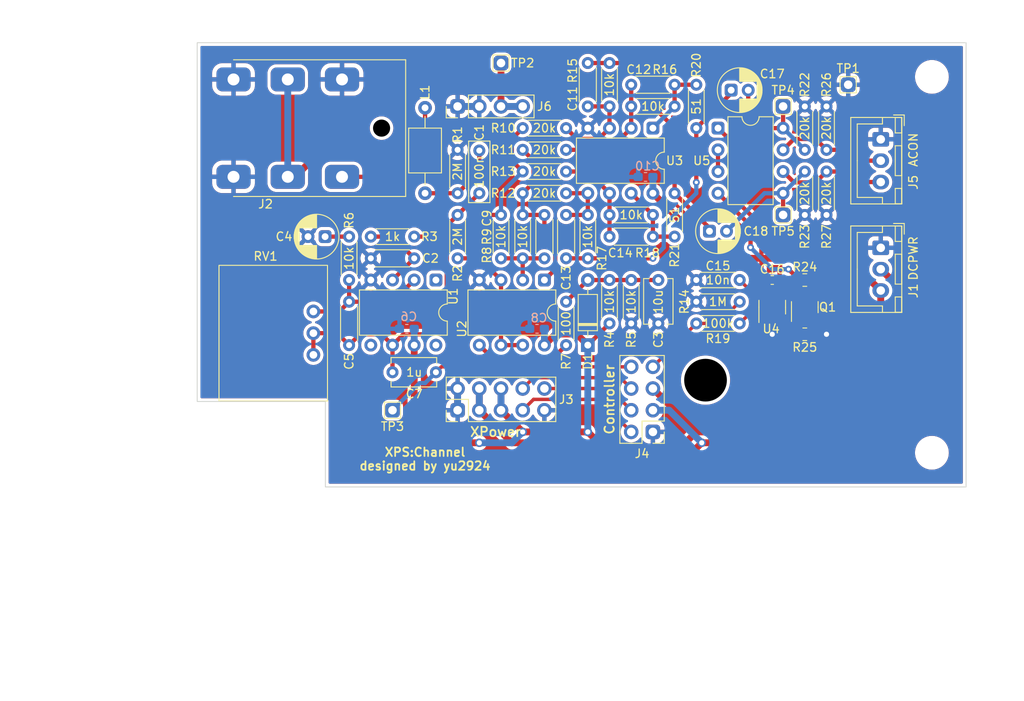
<source format=kicad_pcb>
(kicad_pcb (version 20211014) (generator pcbnew)
  (title_block (title "XPS:Channel") (company "yu2924"))
  (layers (0 "F.Cu" signal) (31 "B.Cu" signal) (34 "B.Paste" user) (35 "F.Paste" user) (36 "B.SilkS" user "B.Silkscreen") (37 "F.SilkS" user "F.Silkscreen") (38 "B.Mask" user) (39 "F.Mask" user) (44 "Edge.Cuts" user))
  (net 0 "")
  (net 1 "Net-(C1-Pad1)")
  (net 2 "Net-(C1-Pad2)")
  (net 3 "Net-(C2-Pad1)")
  (net 4 "GND")
  (net 5 "Net-(C3-Pad1)")
  (net 6 "Net-(C4-Pad1)")
  (net 7 "Net-(C5-Pad1)")
  (net 8 "Net-(C5-Pad2)")
  (net 9 "V22")
  (net 10 "ALM")
  (net 11 "Net-(C9-Pad1)")
  (net 12 "Net-(C9-Pad2)")
  (net 13 "Net-(C11-Pad1)")
  (net 14 "Net-(C11-Pad2)")
  (net 15 "Net-(C12-Pad1)")
  (net 16 "Net-(C12-Pad2)")
  (net 17 "Net-(C13-Pad1)")
  (net 18 "Net-(C13-Pad2)")
  (net 19 "Net-(C14-Pad1)")
  (net 20 "Net-(C14-Pad2)")
  (net 21 "Net-(C15-Pad1)")
  (net 22 "Net-(C17-Pad2)")
  (net 23 "Net-(C18-Pad2)")
  (net 24 "V11")
  (net 25 "XPO")
  (net 26 "Net-(J2-Pad6)")
  (net 27 "XPC")
  (net 28 "HVC")
  (net 29 "~{XPM}")
  (net 30 "TGC")
  (net 31 "Net-(J5-Pad2)")
  (net 32 "Net-(Q1-Pad1)")
  (net 33 "Net-(Q1-Pad2)")
  (net 34 "Net-(Q1-Pad3)")
  (net 35 "Vb")
  (net 36 "Net-(R24-Pad1)")
  (net 37 "Net-(U5-Pad2)")
  (net 38 "Net-(R7-Pad2)")
  (net 42 "Net-(J5-Pad3)")
  (footprint "Local:C-THT-Disk-P5.08mm-Small" (layer "F.Cu") (at 52.78 62.86 -90)
    (fp_text reference "C5")
    (fp_text value "10p")
  )
  (footprint "Local:R-THT-Axial-Horz-P5.08mm" (layer "F.Cu") (at 106.12 47.62 90)
    (fp_text reference "R23")
    (fp_text value "20k")
  )
  (footprint "MountingHole:MountingHole_3.2mm_M3" (layer "F.Cu") (at 121 34)
    (fp_text reference "REF**" hide)
    (fp_text value "MountingHole_3.2mm_M3" hide)
  )
  (footprint "Local:R-THT-Axial-Horz-P5.08mm" (layer "F.Cu") (at 88.34 37.46)
    (fp_text reference "R16")
    (fp_text value "10k")
  )
  (footprint "Local:R-THT-Axial-Horz-P5.08mm" (layer "F.Cu") (at 75.64 40)
    (fp_text reference "R10")
    (fp_text value "20k")
  )
  (footprint "Local:R-THT-Axial-Horz-P5.08mm" (layer "F.Cu") (at 83.26 34.92 90)
    (fp_text reference "R15")
    (fp_text value "10k")
  )
  (footprint "Local:TestPoint-THT-2x2" (layer "F.Cu") (at 70.56 32.38)
    (fp_text reference "TP2")
    (fp_text value "TestPoint")
  )
  (footprint "Local:R-THT-Axial-Horz-P5.08mm" (layer "F.Cu") (at 85.8 50.16)
    (fp_text reference "R18")
    (fp_text value "10k")
  )
  (footprint "Local:PinHeader-2x04-P2.54mm-Vertical" (layer "F.Cu") (at 88.34 75.56 180)
    (fp_text reference "J4")
    (fp_text value "CH-CTRL")
  )
  (footprint "Local:DIP-8-W7.62mm" (layer "F.Cu") (at 71.83 61.59 -90)
    (fp_text reference "U2")
    (fp_text value "OPA1602")
  )
  (footprint "Local:PinHeader-1x04-P2.54mm-Vertical" (layer "F.Cu") (at 65.48 37.46 90)
    (fp_text reference "J6")
    (fp_text value "CH-XP-XPO")
  )
  (footprint "Local:R-THT-Axial-Horz-P5.08mm" (layer "F.Cu") (at 80.72 52.7 -90)
    (fp_text reference "R17")
    (fp_text value "10k")
  )
  (footprint "Local:FB_L5.0xD3.6xP10.00mm_Murata_BL01RN1A2A2_BL01RN1A1D2" (layer "F.Cu") (at 61.67 42.62 -90)
    (fp_text reference "L1")
    (fp_text value "FB")
  )
  (footprint "Local:C-THT-Disk-P5.08mm-Small" (layer "F.Cu") (at 88.34 34.92)
    (fp_text reference "C12")
    (fp_text value "10p")
  )
  (footprint "Local:R-THT-Axial-Horz-P5.08mm" (layer "F.Cu") (at 65.48 52.7 -90)
    (fp_text reference "R2")
    (fp_text value "2M")
  )
  (footprint "Local:DIP-8-W7.62mm" (layer "F.Cu") (at 84.53 43.81 -90)
    (fp_text reference "U3")
    (fp_text value "OPA1602")
  )
  (footprint "Local:SOT-23-5" (layer "F.Cu") (at 102.31 60.955 90)
    (fp_text reference "U4")
    (fp_text value "LM321")
  )
  (footprint "Local:R-THT-Axial-Horz-P5.08mm" (layer "F.Cu") (at 70.56 52.7 -90)
    (fp_text reference "R8")
    (fp_text value "10k")
  )
  (footprint "Local:DIP-8-W7.62mm" (layer "F.Cu") (at 59.13 61.59 -90)
    (fp_text reference "U1")
    (fp_text value "OPA1641")
  )
  (footprint "Local:R-THT-Axial-Horz-P5.08mm" (layer "F.Cu") (at 52.78 55.24 90)
    (fp_text reference "R6")
    (fp_text value "10k")
  )
  (footprint "Local:R-THT-Axial-Horz-P5.08mm" (layer "F.Cu") (at 75.64 47.62)
    (fp_text reference "R12")
    (fp_text value "20k")
  )
  (footprint "Local:R-THT-Axial-Horz-P5.08mm" (layer "F.Cu") (at 93.42 37.46 -90)
    (fp_text reference "R20")
    (fp_text value "51")
  )
  (footprint "Local:R-THT-Axial-Horz-P5.08mm" (layer "F.Cu") (at 108.66 47.62 90)
    (fp_text reference "R27")
    (fp_text value "20k")
  )
  (footprint "Local:R-THT-Axial-Horz-P5.08mm" (layer "F.Cu") (at 83.26 60.32 90)
    (fp_text reference "R4")
    (fp_text value "10k")
  )
  (footprint "Resistor_SMD:R_0805_2012Metric_Pad1.20x1.40mm_HandSolder" (layer "F.Cu") (at 106.12 64.13)
    (fp_text reference "R25")
    (fp_text value "470")
  )
  (footprint "Local:CP-THT-Radial-D5.0mm-P2.00mm" (layer "F.Cu") (at 98.5 35.555)
    (fp_text reference "C17")
    (fp_text value "22u")
  )
  (footprint "Local:C-THT-Disk-P5.08mm-Small" (layer "F.Cu") (at 75.64 52.7 90)
    (fp_text reference "C9")
    (fp_text value "10p")
  )
  (footprint "Local:TestPoint-THT-2x2" (layer "F.Cu") (at 103.58 37.46)
    (fp_text reference "TP4")
    (fp_text value "TestPoint")
  )
  (footprint "Diode_THT:D_DO-35_SOD27_P7.62mm_Horizontal" (layer "F.Cu") (at 80.72 65.4 90)
    (fp_text reference "D1")
    (fp_text value "1N4148")
  )
  (footprint "Local:R-THT-Axial-Horz-P5.08mm" (layer "F.Cu") (at 106.12 40 90)
    (fp_text reference "R22")
    (fp_text value "20k")
  )
  (footprint "Local:C-THT-Disk-P5.08mm-Small" (layer "F.Cu") (at 78.18 52.7 -90)
    (fp_text reference "C13")
    (fp_text value "10p")
  )
  (footprint "Local:R-THT-Axial-Horz-P5.08mm" (layer "F.Cu") (at 95.96 60.32 180)
    (fp_text reference "R14")
    (fp_text value "1M")
  )
  (footprint "Local:TestPoint-THT-2x2" (layer "F.Cu") (at 111.2 34.92)
    (fp_text reference "TP1")
    (fp_text value "TestPoint")
  )
  (footprint "Local:PinHeader-2x05-P2.54mm-Vertical" (layer "F.Cu") (at 65.48 73.02 90)
    (fp_text reference "J3")
    (fp_text value "CH-XP")
  )
  (footprint "Local:TestPoint-THT-2x2" (layer "F.Cu") (at 57.86 73.02)
    (fp_text reference "TP3")
    (fp_text value "TestPoint")
  )
  (footprint "Resistor_SMD:R_0805_2012Metric_Pad1.20x1.40mm_HandSolder" (layer "F.Cu") (at 106.12 57.78)
    (fp_text reference "R24")
    (fp_text value "1.2k")
  )
  (footprint "Local:CP-THT-Radial-D5.0mm-P2.00mm" (layer "F.Cu") (at 95.96 52.065)
    (fp_text reference "C18")
    (fp_text value "22u")
  )
  (footprint "Local:R-THT-Axial-Horz-P5.08mm" (layer "F.Cu") (at 90.88 50.16 90)
    (fp_text reference "R21")
    (fp_text value "51")
  )
  (footprint "Local:Bourns-91A1A-B24" (layer "F.Cu") (at 48.6 64 180)
    (fp_text reference "RV1")
    (fp_text value "100kA")
  )
  (footprint "Local:SOT-23" (layer "F.Cu") (at 106.12 60.955 90)
    (fp_text reference "Q1")
    (fp_text value "MMBT3904")
  )
  (footprint "Local:NPTH-5.0mm" (layer "F.Cu") (at 94.5 69.5)
    (fp_text reference "REF**" hide)
    (fp_text value "NPTH-5.0mm" hide)
  )
  (footprint "Capacitor_SMD:C_0603_1608Metric_Pad1.08x0.95mm_HandSolder" (layer "F.Cu") (at 102.31 57.78)
    (fp_text reference "C16")
    (fp_text value "100n")
  )
  (footprint "Local:R-THT-Axial-Horz-P5.08mm" (layer "F.Cu") (at 75.64 42.54)
    (fp_text reference "R11")
    (fp_text value "20k")
  )
  (footprint "Local:C-THT-Rect-L7.2mm-W2.5mm-P5.00mm-FKS2-FKP2-MKS2-MKP2" (layer "F.Cu") (at 68.02 45.12 -90)
    (fp_text reference "C1")
    (fp_text value "100n")
  )
  (footprint "Local:JST-XH-B3B-XH-A-1x03-P2.50mm-Vertical" (layer "F.Cu") (at 115.01 54.01 -90)
    (fp_text reference "J1")
    (fp_text value "DCPWR")
  )
  (footprint "Local:Amphenol-ACJS-MHDR" (layer "F.Cu") (at 39.25 40 180)
    (fp_text reference "J2")
    (fp_text value "AIN")
  )
  (footprint "Local:TestPoint-THT-2x2" (layer "F.Cu") (at 103.58 50.16)
    (fp_text reference "TP5")
    (fp_text value "TestPoint")
  )
  (footprint "Local:R-THT-Axial-Horz-P5.08mm" (layer "F.Cu") (at 75.64 45.08)
    (fp_text reference "R13")
    (fp_text value "20k")
  )
  (footprint "Local:C-THT-Disk-P5.08mm-Large" (layer "F.Cu") (at 88.975 60.32 -90)
    (fp_text reference "C3")
    (fp_text value "10u")
  )
  (footprint "Local:C-THT-Disk-P5.08mm-Large" (layer "F.Cu") (at 60.4 68.575)
    (fp_text reference "C7")
    (fp_text value "1u")
  )
  (footprint "Local:R-THT-Axial-Horz-P5.08mm" (layer "F.Cu") (at 73.1 52.7 90)
    (fp_text reference "R9")
    (fp_text value "10k")
  )
  (footprint "Local:C-THT-Disk-P5.08mm-Little" (layer "F.Cu") (at 95.96 57.78 180)
    (fp_text reference "C15")
    (fp_text value "10n")
  )
  (footprint "Local:R-THT-Axial-Horz-P5.08mm" (layer "F.Cu") (at 57.86 52.7 180)
    (fp_text reference "R3")
    (fp_text value "1k")
  )
  (footprint "Local:CP-THT-Radial-D5.0mm-P2.00mm" (layer "F.Cu") (at 48.97 52.7 180)
    (fp_text reference "C4")
    (fp_text value "22u")
  )
  (footprint "Local:R-THT-Axial-Horz-P5.08mm" (layer "F.Cu") (at 65.48 45.08 90)
    (fp_text reference "R1")
    (fp_text value "2M")
  )
  (footprint "Local:R-THT-Axial-Horz-P5.08mm" (layer "F.Cu") (at 95.96 62.86)
    (fp_text reference "R19")
    (fp_text value "100k")
  )
  (footprint "Local:R-THT-Axial-Horz-P5.08mm" (layer "F.Cu") (at 108.66 40 90)
    (fp_text reference "R26")
    (fp_text value "20k")
  )
  (footprint "Local:JST-XH-B3B-XH-A-1x03-P2.50mm-Vertical" (layer "F.Cu") (at 115.01 41.31 -90)
    (fp_text reference "J5")
    (fp_text value "ACON")
  )
  (footprint "Local:C-THT-Disk-P5.08mm-Small" (layer "F.Cu") (at 80.72 34.92 90)
    (fp_text reference "C11")
    (fp_text value "10p")
  )
  (footprint "Local:C-THT-Disk-P5.08mm-Small" (layer "F.Cu") (at 57.86 55.24 180)
    (fp_text reference "C2")
    (fp_text value "100p")
  )
  (footprint "MountingHole:MountingHole_3.2mm_M3" (layer "F.Cu") (at 121 78)
    (fp_text reference "REF**" hide)
    (fp_text value "MountingHole_3.2mm_M3" hide)
  )
  (footprint "Local:R-THT-Axial-Horz-P5.08mm" (layer "F.Cu") (at 78.18 62.86 -90)
    (fp_text reference "R7")
    (fp_text value "100")
  )
  (footprint "Local:C-THT-Disk-P5.08mm-Small" (layer "F.Cu") (at 85.8 52.7)
    (fp_text reference "C14")
    (fp_text value "10p")
  )
  (footprint "Local:DIP-8-W7.62mm" (layer "F.Cu") (at 99.77 43.81)
    (fp_text reference "U5")
    (fp_text value "TLP222A-2")
  )
  (footprint "Local:R-THT-Axial-Horz-P5.08mm" (layer "F.Cu") (at 85.8 60.32 -90)
    (fp_text reference "R5")
    (fp_text value "10k")
  )
  (footprint "Capacitor_SMD:C_0603_1608Metric_Pad1.08x0.95mm_HandSolder" (layer "B.Cu") (at 87.4775 45.715 180)
    (fp_text reference "C10")
    (fp_text value "100n")
  )
  (footprint "Capacitor_SMD:C_0603_1608Metric_Pad1.08x0.95mm_HandSolder" (layer "B.Cu") (at 59.5375 63.495 180)
    (fp_text reference "C6")
    (fp_text value "100n")
  )
  (footprint "Capacitor_SMD:C_0603_1608Metric_Pad1.08x0.95mm_HandSolder" (layer "B.Cu") (at 74.7775 63.495 180)
    (fp_text reference "C8")
    (fp_text value "100n")
  )
  (gr_poly (pts (xy 125 82) (xy 50 82) (xy 50 72) (xy 35 72) (xy 35 30) (xy 125 30)) (layer "Edge.Cuts") (width 0.1) (fill none))
  (gr_text "XPS:Channel\ndesigned by yu2924" (at 61.67 78.735) (layer "F.SilkS") (effects (font (size 1 1) (thickness 0.2))))
  (gr_text "Controller" (at 83.26 71.75 90) (layer "F.SilkS") (effects (font (size 1.1 1.1) (thickness 0.2))))
  (gr_text "XPower" (at 69.925 75.56) (layer "F.SilkS") (effects (font (size 1.1 1.1) (thickness 0.2))))
  (segment (start 68.02 45.08) (end 65.48 47.62) (width 0.5) (layer "F.Cu") (net 1))
  (segment (start 61.67 47.62) (end 65.48 47.62) (width 0.5) (layer "F.Cu") (net 1))
  (segment (start 68.02 42.62) (end 68.02 45.08) (width 0.5) (layer "F.Cu") (net 1))
  (segment (start 62.94 52.7) (end 65.48 50.16) (width 0.5) (layer "F.Cu") (net 2))
  (segment (start 60.4 52.7) (end 62.94 52.7) (width 0.5) (layer "F.Cu") (net 2))
  (segment (start 65.48 50.16) (end 68.02 47.62) (width 0.5) (layer "F.Cu") (net 2))
  (segment (start 57.86 52.7) (end 60.4 55.24) (width 0.5) (layer "F.Cu") (net 3))
  (segment (start 57.86 57.78) (end 60.4 55.24) (width 0.5) (layer "F.Cu") (net 3))
  (segment (start 55.32 52.7) (end 57.86 52.7) (width 0.5) (layer "F.Cu") (net 3))
  (segment (start 102.31 62.105) (end 102.31 58.6425) (width 0.5) (layer "F.Cu") (net 4))
  (segment (start 65.48 70.48) (end 65.48 73.02) (width 0.8) (layer "F.Cu") (net 4))
  (segment (start 65.48 37.46) (end 68.02 37.46) (width 0.8) (layer "F.Cu") (net 4))
  (segment (start 102.31 58.6425) (end 103.1725 57.78) (width 0.5) (layer "F.Cu") (net 4))
  (via (at 108.66 64.13) (size 1) (drill 0.6) (layers "F.Cu" "B.Cu") (net 4))
  (via (at 102.31 64.13) (size 1) (drill 0.6) (layers "F.Cu" "B.Cu") (net 4))
  (segment (start 65.48 70.48) (end 65.48 73.02) (width 0.8) (layer "B.Cu") (net 4))
  (segment (start 68.02 37.46) (end 65.48 37.46) (width 0.8) (layer "B.Cu") (net 4))
  (segment (start 80.72 57.78) (end 83.26 57.78) (width 0.5) (layer "F.Cu") (net 5))
  (segment (start 85.8 57.78) (end 88.975 57.78) (width 0.5) (layer "F.Cu") (net 5))
  (segment (start 83.26 57.78) (end 85.8 57.78) (width 0.5) (layer "F.Cu") (net 5))
  (segment (start 78.18 60.32) (end 80.72 57.78) (width 0.5) (layer "F.Cu") (net 5))
  (segment (start 49.97 52.7) (end 52.78 52.7) (width 0.5) (layer "F.Cu") (net 6))
  (segment (start 51.64 61.46) (end 52.78 60.32) (width 0.5) (layer "F.Cu") (net 7))
  (segment (start 52.78 60.32) (end 57.86 60.32) (width 0.5) (layer "F.Cu") (net 7))
  (segment (start 57.86 60.32) (end 60.4 57.78) (width 0.5) (layer "F.Cu") (net 7))
  (segment (start 48.6 61.46) (end 51.64 61.46) (width 0.5) (layer "F.Cu") (net 7))
  (segment (start 52.78 57.78) (end 52.78 60.32) (width 0.5) (layer "F.Cu") (net 7))
  (segment (start 68.655 50.16) (end 70.56 50.16) (width 0.5) (layer "F.Cu") (net 8))
  (segment (start 61.67 64.13) (end 64.21 61.59) (width 0.5) (layer "F.Cu") (net 8))
  (segment (start 51.38 64) (end 52.78 65.4) (width 0.5) (layer "F.Cu") (net 8))
  (segment (start 71.83 41.27) (end 73.1 40) (width 0.5) (layer "F.Cu") (net 8))
  (segment (start 54.05 64.13) (end 56.59 64.13) (width 0.5) (layer "F.Cu") (net 8))
  (segment (start 71.83 43.81) (end 71.83 41.27) (width 0.5) (layer "F.Cu") (net 8))
  (segment (start 57.86 65.4) (end 57.86 68.575) (width 0.5) (layer "F.Cu") (net 8))
  (segment (start 64.21 54.605) (end 68.655 50.16) (width 0.5) (layer "F.Cu") (net 8))
  (segment (start 48.6 64) (end 51.38 64) (width 0.5) (layer "F.Cu") (net 8))
  (segment (start 73.1 45.08) (end 71.83 43.81) (width 0.5) (layer "F.Cu") (net 8))
  (segment (start 59.13 64.13) (end 61.67 64.13) (width 0.5) (layer "F.Cu") (net 8))
  (segment (start 52.78 65.4) (end 54.05 64.13) (width 0.5) (layer "F.Cu") (net 8))
  (segment (start 56.59 64.13) (end 57.86 65.4) (width 0.5) (layer "F.Cu") (net 8))
  (segment (start 48.6 66.54) (end 48.6 64) (width 0.5) (layer "F.Cu") (net 8))
  (segment (start 64.21 61.59) (end 64.21 54.605) (width 0.5) (layer "F.Cu") (net 8))
  (segment (start 57.86 65.4) (end 59.13 64.13) (width 0.5) (layer "F.Cu") (net 8))
  (segment (start 70.56 50.16) (end 70.56 47.62) (width 0.5) (layer "B.Cu") (net 8))
  (segment (start 70.56 47.62) (end 73.1 45.08) (width 0.5) (layer "B.Cu") (net 8))
  (segment (start 83.26 78.1) (end 90.88 78.1) (width 0.8) (layer "F.Cu") (net 9))
  (segment (start 80.72 75.56) (end 83.26 78.1) (width 0.8) (layer "F.Cu") (net 9))
  (segment (start 97.865 48.255) (end 101.04 51.43) (width 0.5) (layer "F.Cu") (net 9))
  (segment (start 93.42 75.56) (end 90.88 78.1) (width 0.8) (layer "F.Cu") (net 9))
  (segment (start 60.4 73.02) (end 60.4 65.4) (width 0.8) (layer "F.Cu") (net 9))
  (segment (start 115.01 64.13) (end 103.58 75.56) (width 0.8) (layer "F.Cu") (net 9))
  (segment (start 103.58 75.56) (end 93.42 75.56) (width 0.8) (layer "F.Cu") (net 9))
  (segment (start 75.64 65.4) (end 76.939511 64.100489) (width 0.8) (layer "F.Cu") (net 9))
  (segment (start 95.96 40) (end 97.865 41.905) (width 0.5) (layer "F.Cu") (net 9))
  (segment (start 88.34 70.48) (end 93.42 75.56) (width 0.8) (layer "F.Cu") (net 9))
  (segment (start 70.56 70.48) (end 70.56 73.02) (width 0.8) (layer "F.Cu") (net 9))
  (segment (start 101.36 57.8675) (end 101.4475 57.78) (width 0.5) (layer "F.Cu") (net 9))
  (segment (start 101.36 59.805) (end 101.36 57.8675) (width 0.5) (layer "F.Cu") (net 9))
  (segment (start 92.785 52.065) (end 92.785 53.335) (width 0.8) (layer "F.Cu") (net 9))
  (segment (start 70.56 73.02) (end 73.1 75.56) (width 0.8) (layer "F.Cu") (net 9))
  (segment (start 101.04 55.24) (end 111.2 55.24) (width 0.8) (layer "F.Cu") (net 9))
  (segment (start 79.420489 64.100489) (end 80.72 65.4) (width 0.8) (layer "F.Cu") (net 9))
  (segment (start 114.97 59.01) (end 111.2 55.24) (width 0.8) (layer "F.Cu") (net 9))
  (segment (start 101.04 51.43) (end 101.04 55.24) (width 0.5) (layer "F.Cu") (net 9))
  (segment (start 88.34 47.62) (end 92.785 52.065) (width 0.8) (layer "F.Cu") (net 9))
  (segment (start 92.785 53.335) (end 94.69 55.24) (width 0.8) (layer "F.Cu") (net 9))
  (segment (start 64.21 76.83) (end 60.4 73.02) (width 0.8) (layer "F.Cu") (net 9))
  (segment (start 76.939511 64.100489) (end 79.420489 64.100489) (width 0.8) (layer "F.Cu") (net 9))
  (segment (start 101.04 55.24) (end 101.04 57.3725) (width 0.5) (layer "F.Cu") (net 9))
  (segment (start 115.01 59.01) (end 115.01 64.13) (width 0.8) (layer "F.Cu") (net 9))
  (segment (start 73.1 75.56) (end 80.72 75.56) (width 0.8) (layer "F.Cu") (net 9))
  (segment (start 115.01 59.01) (end 114.97 59.01) (width 0.8) (layer "F.Cu") (net 9))
  (segment (start 97.865 41.905) (end 97.865 48.255) (width 0.5) (layer "F.Cu") (net 9))
  (segment (start 68.02 76.83) (end 64.21 76.83) (width 0.8) (layer "F.Cu") (net 9))
  (segment (start 83.26 62.86) (end 80.72 65.4) (width 0.5) (layer "F.Cu") (net 9))
  (segment (start 101.04 57.3725) (end 101.4475 57.78) (width 0.5) (layer "F.Cu") (net 9))
  (segment (start 94.69 55.24) (end 101.04 55.24) (width 0.8) (layer "F.Cu") (net 9))
  (via (at 80.72 75.56) (size 1) (drill 0.6) (layers "F.Cu" "B.Cu") (net 9))
  (via (at 73.1 75.56) (size 1) (drill 0.6) (layers "F.Cu" "B.Cu") (net 9))
  (via (at 68.02 76.83) (size 1) (drill 0.6) (layers "F.Cu" "B.Cu") (net 9))
  (segment (start 88.34 47.62) (end 88.34 45.715) (width 0.8) (layer "B.Cu") (net 9))
  (segment (start 75.64 65.4) (end 75.64 63.495) (width 0.8) (layer "B.Cu") (net 9))
  (segment (start 70.56 70.48) (end 70.56 73.02) (width 0.8) (layer "B.Cu") (net 9))
  (segment (start 80.72 65.4) (end 80.72 75.56) (width 0.8) (layer "B.Cu") (net 9))
  (segment (start 60.4 65.4) (end 60.4 63.495) (width 0.8) (layer "B.Cu") (net 9))
  (segment (start 71.83 76.83) (end 73.1 75.56) (width 0.8) (layer "B.Cu") (net 9))
  (segment (start 68.02 76.83) (end 71.83 76.83) (width 0.8) (layer "B.Cu") (net 9))
  (segment (start 85.7825 67.94) (end 63.575 67.94) (width 0.4) (layer "F.Cu") (net 10))
  (segment (start 63.575 67.94) (end 62.94 68.575) (width 0.4) (layer "F.Cu") (net 10))
  (segment (start 61.67 69.845) (end 62.94 68.575) (width 0.5) (layer "B.Cu") (net 10))
  (segment (start 61.035 69.845) (end 61.67 69.845) (width 0.5) (layer "B.Cu") (net 10))
  (segment (start 57.86 73.02) (end 61.035 69.845) (width 0.5) (layer "B.Cu") (net 10))
  (segment (start 73.1 55.24) (end 73.1 57.78) (width 0.5) (layer "F.Cu") (net 11))
  (segment (start 70.56 55.24) (end 73.1 55.24) (width 0.5) (layer "F.Cu") (net 11))
  (segment (start 73.1 55.24) (end 75.64 55.24) (width 0.5) (layer "F.Cu") (net 11))
  (segment (start 75.64 52.7) (end 75.64 50.16) (width 0.5) (layer "F.Cu") (net 12))
  (segment (start 73.1 47.62) (end 74.37 46.35) (width 0.5) (layer "F.Cu") (net 12))
  (segment (start 73.1 50.16) (end 75.64 50.16) (width 0.5) (layer "F.Cu") (net 12))
  (segment (start 74.37 43.81) (end 73.1 42.54) (width 0.5) (layer "F.Cu") (net 12))
  (segment (start 76.91 53.97) (end 75.64 52.7) (width 0.5) (layer "F.Cu") (net 12))
  (segment (start 75.64 57.78) (end 76.91 56.51) (width 0.5) (layer "F.Cu") (net 12))
  (segment (start 76.91 56.51) (end 76.91 53.97) (width 0.5) (layer "F.Cu") (net 12))
  (segment (start 74.37 46.35) (end 74.37 43.81) (width 0.5) (layer "F.Cu") (net 12))
  (segment (start 73.1 47.62) (end 73.1 50.16) (width 0.5) (layer "B.Cu") (net 12))
  (segment (start 83.26 37.46) (end 83.26 40) (width 0.5) (layer "F.Cu") (net 13))
  (segment (start 83.26 37.46) (end 80.72 37.46) (width 0.5) (layer "F.Cu") (net 13))
  (segment (start 78.18 40) (end 79.45 41.27) (width 0.5) (layer "F.Cu") (net 13))
  (segment (start 79.45 41.27) (end 81.99 41.27) (width 0.5) (layer "F.Cu") (net 13))
  (segment (start 81.99 41.27) (end 83.26 40) (width 0.5) (layer "F.Cu") (net 13))
  (segment (start 80.72 32.38) (end 83.26 32.38) (width 0.5) (layer "F.Cu") (net 14))
  (segment (start 83.26 32.38) (end 85.8 32.38) (width 0.5) (layer "F.Cu") (net 14))
  (segment (start 90.88 40) (end 90.88 47.62) (width 0.5) (layer "F.Cu") (net 14))
  (segment (start 85.8 32.38) (end 88.34 34.92) (width 0.5) (layer "F.Cu") (net 14))
  (segment (start 88.34 37.46) (end 90.88 40) (width 0.5) (layer "F.Cu") (net 14))
  (segment (start 90.88 47.62) (end 94.96 51.7) (width 0.5) (layer "F.Cu") (net 14))
  (segment (start 94.96 51.7) (end 94.96 52.065) (width 0.5) (layer "F.Cu") (net 14))
  (segment (start 88.34 34.92) (end 88.34 37.46) (width 0.5) (layer "F.Cu") (net 14))
  (segment (start 85.8 37.46) (end 85.8 40) (width 0.5) (layer "F.Cu") (net 15))
  (segment (start 78.18 42.54) (end 83.26 42.54) (width 0.5) (layer "F.Cu") (net 15))
  (segment (start 85.8 37.46) (end 85.8 34.92) (width 0.5) (layer "F.Cu") (net 15))
  (segment (start 83.26 42.54) (end 85.8 40) (width 0.5) (layer "F.Cu") (net 15))
  (segment (start 90.88 34.92) (end 93.42 34.92) (width 0.5) (layer "F.Cu") (net 16))
  (segment (start 90.88 37.46) (end 90.88 34.92) (width 0.5) (layer "F.Cu") (net 16))
  (segment (start 88.34 40) (end 90.88 37.46) (width 0.5) (layer "B.Cu") (net 16))
  (segment (start 80.72 50.16) (end 78.18 50.16) (width 0.5) (layer "F.Cu") (net 17))
  (segment (start 78.18 47.62) (end 80.72 47.62) (width 0.5) (layer "F.Cu") (net 17))
  (segment (start 80.72 47.62) (end 80.72 50.16) (width 0.5) (layer "F.Cu") (net 17))
  (segment (start 80.72 55.24) (end 88.34 55.24) (width 0.5) (layer "F.Cu") (net 18))
  (segment (start 93.42 46.35) (end 93.42 40) (width 0.5) (layer "F.Cu") (net 18))
  (segment (start 93.42 40) (end 97.5 35.92) (width 0.5) (layer "F.Cu") (net 18))
  (segment (start 97.5 35.92) (end 97.5 35.555) (width 0.5) (layer "F.Cu") (net 18))
  (segment (start 78.18 55.24) (end 80.72 55.24) (width 0.5) (layer "F.Cu") (net 18))
  (via (at 93.42 46.35) (size 0.8) (drill 0.4) (layers "F.Cu" "B.Cu") (net 18))
  (via (at 88.34 55.24) (size 0.8) (drill 0.4) (layers "F.Cu" "B.Cu") (net 18))
  (segment (start 89.61 51.43) (end 89.61 53.97) (width 0.5) (layer "B.Cu") (net 18))
  (segment (start 89.61 53.97) (end 88.34 55.24) (width 0.5) (layer "B.Cu") (net 18))
  (segment (start 93.42 47.62) (end 89.61 51.43) (width 0.5) (layer "B.Cu") (net 18))
  (segment (start 93.42 46.35) (end 93.42 47.62) (width 0.5) (layer "B.Cu") (net 18))
  (segment (start 78.18 45.08) (end 80.72 45.08) (width 0.5) (layer "F.Cu") (net 19))
  (segment (start 83.26 50.16) (end 83.26 52.7) (width 0.5) (layer "F.Cu") (net 19))
  (segment (start 83.26 47.62) (end 83.26 50.16) (width 0.5) (layer "F.Cu") (net 19))
  (segment (start 80.72 45.08) (end 83.26 47.62) (width 0.5) (layer "F.Cu") (net 19))
  (segment (start 88.34 52.7) (end 88.34 50.16) (width 0.5) (layer "F.Cu") (net 20))
  (segment (start 85.8 47.62) (end 88.34 50.16) (width 0.5) (layer "F.Cu") (net 20))
  (segment (start 88.34 52.7) (end 90.88 52.7) (width 0.5) (layer "F.Cu") (net 20))
  (segment (start 98.5 57.78) (end 99.77 59.05) (width 0.4) (layer "F.Cu") (net 21))
  (segment (start 99.77 61.59) (end 98.5 62.86) (width 0.4) (layer "F.Cu") (net 21))
  (segment (start 101.04 61.59) (end 101.36 61.91) (width 0.4) (layer "F.Cu") (net 21))
  (segment (start 101.36 61.91) (end 101.36 62.105) (width 0.4) (layer "F.Cu") (net 21))
  (segment (start 99.77 59.05) (end 99.77 61.59) (width 0.4) (layer "F.Cu") (net 21))
  (segment (start 99.77 61.59) (end 101.04 61.59) (width 0.4) (layer "F.Cu") (net 21))
  (segment (start 102.31 40) (end 99.5 37.19) (width 0.5) (layer "F.Cu") (net 22))
  (segment (start 103.58 37.46) (end 103.58 40) (width 0.5) (layer "F.Cu") (net 22))
  (segment (start 99.5 37.19) (end 99.5 35.555) (width 0.5) (layer "F.Cu") (net 22))
  (segment (start 103.58 40) (end 102.31 40) (width 0.5) (layer "F.Cu") (net 22))
  (segment (start 103.58 40) (end 106.12 42.54) (width 0.5) (layer "B.Cu") (net 22))
  (segment (start 103.58 47.62) (end 103.58 50.16) (width 0.5) (layer "F.Cu") (net 23))
  (segment (start 101.405 47.62) (end 96.96 52.065) (width 0.5) (layer "B.Cu") (net 23))
  (segment (start 103.58 47.62) (end 101.405 47.62) (width 0.5) (layer "B.Cu") (net 23))
  (segment (start 103.58 47.62) (end 106.12 45.08) (width 0.5) (layer "B.Cu") (net 23))
  (segment (start 94.055 76.83) (end 91.515 79.37) (width 0.8) (layer "F.Cu") (net 24))
  (segment (start 91.515 79.37) (end 82.625 79.37) (width 0.8) (layer "F.Cu") (net 24))
  (segment (start 104.215 76.83) (end 116.915 64.13) (width 0.8) (layer "F.Cu") (net 24))
  (segment (start 116.915 58.415) (end 115.01 56.51) (width 0.8) (layer "F.Cu") (net 24))
  (segment (start 116.915 64.13) (end 116.915 58.415) (width 0.8) (layer "F.Cu") (net 24))
  (segment (start 94.055 76.83) (end 104.215 76.83) (width 0.8) (layer "F.Cu") (net 24))
  (segment (start 68.02 70.48) (end 68.02 73.02) (width 0.8) (layer "F.Cu") (net 24))
  (segment (start 82.625 79.37) (end 80.085 76.83) (width 0.8) (layer "F.Cu") (net 24))
  (segment (start 80.085 76.83) (end 71.83 76.83) (width 0.8) (layer "F.Cu") (net 24))
  (segment (start 71.83 76.83) (end 68.02 73.02) (width 0.8) (layer "F.Cu") (net 24))
  (via (at 94.055 76.83) (size 1) (drill 0.6) (layers "F.Cu" "B.Cu") (net 24))
  (segment (start 68.02 70.48) (end 68.02 73.02) (width 0.8) (layer "B.Cu") (net 24))
  (segment (start 88.34 73.02) (end 90.245 73.02) (width 0.8) (layer "B.Cu") (net 24))
  (segment (start 90.245 73.02) (end 94.055 76.83) (width 0.8) (layer "B.Cu") (net 24))
  (segment (start 70.56 37.46) (end 73.1 37.46) (width 0.8) (layer "F.Cu") (net 25))
  (segment (start 45.6 45.7) (end 46.445 45.7) (width 0.8) (layer "F.Cu") (net 25))
  (segment (start 70.56 32.38) (end 70.56 37.46) (width 0.8) (layer "F.Cu") (net 25))
  (segment (start 46.445 45.7) (end 57.225 34.92) (width 0.8) (layer "F.Cu") (net 25))
  (segment (start 57.225 34.92) (end 70.56 34.92) (width 0.8) (layer "F.Cu") (net 25))
  (segment (start 45.6 34.3) (end 45.6 45.7) (width 0.8) (layer "B.Cu") (net 25))
  (segment (start 73.1 37.46) (end 70.56 37.46) (width 0.8) (layer "B.Cu") (net 25))
  (segment (start 61.67 37.62) (end 61.67 40) (width 0.5) (layer "F.Cu") (net 26))
  (segment (start 55.97 45.7) (end 51.95 45.7) (width 0.5) (layer "F.Cu") (net 26))
  (segment (start 61.67 40) (end 55.97 45.7) (width 0.5) (layer "F.Cu") (net 26))
  (segment (start 84.53 69.21) (end 85.8 70.48) (width 0.4) (layer "F.Cu") (net 27))
  (segment (start 74.37 69.21) (end 84.53 69.21) (width 0.4) (layer "F.Cu") (net 27))
  (segment (start 73.1 70.48) (end 74.37 69.21) (width 0.4) (layer "F.Cu") (net 27))
  (segment (start 74.37 71.75) (end 81.99 71.75) (width 0.4) (layer "F.Cu") (net 28))
  (segment (start 81.99 71.75) (end 85.8 75.56) (width 0.4) (layer "F.Cu") (net 28))
  (segment (start 73.1 73.02) (end 74.37 71.75) (width 0.4) (layer "F.Cu") (net 28))
  (segment (start 75.64 70.48) (end 83.26 70.48) (width 0.4) (layer "F.Cu") (net 29))
  (segment (start 83.26 70.48) (end 85.8 73.02) (width 0.4) (layer "F.Cu") (net 29))
  (segment (start 93.42 62.86) (end 95.96 62.86) (width 0.4) (layer "F.Cu") (net 30))
  (segment (start 88.34 67.94) (end 93.42 62.86) (width 0.4) (layer "F.Cu") (net 30))
  (segment (start 95.96 62.86) (end 98.5 60.32) (width 0.4) (layer "F.Cu") (net 30))
  (segment (start 113.105 43.81) (end 111.835 42.54) (width 0.5) (layer "F.Cu") (net 31))
  (segment (start 103.58 42.54) (end 104.85 41.27) (width 0.5) (layer "F.Cu") (net 31))
  (segment (start 115.01 43.81) (end 113.105 43.81) (width 0.5) (layer "F.Cu") (net 31))
  (segment (start 107.39 41.27) (end 108.66 42.54) (width 0.5) (layer "F.Cu") (net 31))
  (segment (start 104.85 41.27) (end 107.39 41.27) (width 0.5) (layer "F.Cu") (net 31))
  (segment (start 108.66 42.54) (end 111.835 42.54) (width 0.5) (layer "F.Cu") (net 31))
  (segment (start 103.26 59.805) (end 103.26 60.07) (width 0.5) (layer "F.Cu") (net 32))
  (segment (start 103.26 60.07) (end 105.17 61.98) (width 0.4) (layer "F.Cu") (net 32))
  (segment (start 105.12 64.13) (end 105.12 63.965) (width 0.4) (layer "F.Cu") (net 33))
  (segment (start 105.12 63.93) (end 107.07 61.98) (width 0.5) (layer "F.Cu") (net 33))
  (segment (start 105.12 63.965) (end 103.26 62.105) (width 0.4) (layer "F.Cu") (net 33))
  (segment (start 105.12 64.13) (end 105.12 63.93) (width 0.5) (layer "F.Cu") (net 33))
  (segment (start 107.12 58.93) (end 106.12 59.93) (width 0.5) (layer "F.Cu") (net 34))
  (segment (start 107.12 57.78) (end 107.12 58.93) (width 0.5) (layer "F.Cu") (net 34))
  (segment (start 70.56 57.78) (end 70.56 65.4) (width 0.5) (layer "F.Cu") (net 35))
  (segment (start 65.48 55.24) (end 68.02 55.24) (width 0.5) (layer "F.Cu") (net 35))
  (segment (start 68.02 55.24) (end 70.56 57.78) (width 0.5) (layer "F.Cu") (net 35))
  (segment (start 70.56 65.4) (end 73.1 65.4) (width 0.5) (layer "F.Cu") (net 35))
  (segment (start 105.12 57.415) (end 104.215 56.51) (width 0.5) (layer "F.Cu") (net 36))
  (segment (start 105.12 57.78) (end 105.12 57.415) (width 0.5) (layer "F.Cu") (net 36))
  (segment (start 95.96 47.62) (end 99.77 51.43) (width 0.5) (layer "F.Cu") (net 36))
  (segment (start 99.77 53.97) (end 99.77 51.43) (width 0.5) (layer "F.Cu") (net 36))
  (via (at 99.77 53.97) (size 0.8) (drill 0.4) (layers "F.Cu" "B.Cu") (net 36))
  (via (at 104.215 56.51) (size 0.8) (drill 0.4) (layers "F.Cu" "B.Cu") (net 36))
  (segment (start 102.31 56.51) (end 99.77 53.97) (width 0.5) (layer "B.Cu") (net 36))
  (segment (start 104.215 56.51) (end 102.31 56.51) (width 0.5) (layer "B.Cu") (net 36))
  (segment (start 95.96 42.54) (end 95.96 45.08) (width 0.5) (layer "F.Cu") (net 37))
  (segment (start 68.02 65.4) (end 69.544 66.924) (width 0.5) (layer "F.Cu") (net 38))
  (segment (start 69.544 66.924) (end 76.656 66.924) (width 0.5) (layer "F.Cu") (net 38))
  (segment (start 78.18 65.4) (end 76.656 66.924) (width 0.5) (layer "F.Cu") (net 38))
  (segment (start 115.01 46.31) (end 113.065 46.31) (width 0.5) (layer "F.Cu") (net 42))
  (segment (start 104.85 46.35) (end 107.39 46.35) (width 0.5) (layer "F.Cu") (net 42))
  (segment (start 108.66 45.08) (end 111.835 45.08) (width 0.5) (layer "F.Cu") (net 42))
  (segment (start 107.39 46.35) (end 108.66 45.08) (width 0.5) (layer "F.Cu") (net 42))
  (segment (start 113.065 46.31) (end 111.835 45.08) (width 0.5) (layer "F.Cu") (net 42))
  (segment (start 103.58 45.08) (end 104.85 46.35) (width 0.5) (layer "F.Cu") (net 42))
  (zone (net 4) (net_name "GND") (layers F&B.Cu) (connect_pads (clearance 0.381)) (min_thickness 0.254) (fill yes (thermal_gap 0.508) (thermal_bridge_width 0.508))
    (polygon (pts (xy 125 82) (xy 50 82) (xy 50 72) (xy 35 72) (xy 35 30) (xy 125 30)))
  )
)
</source>
